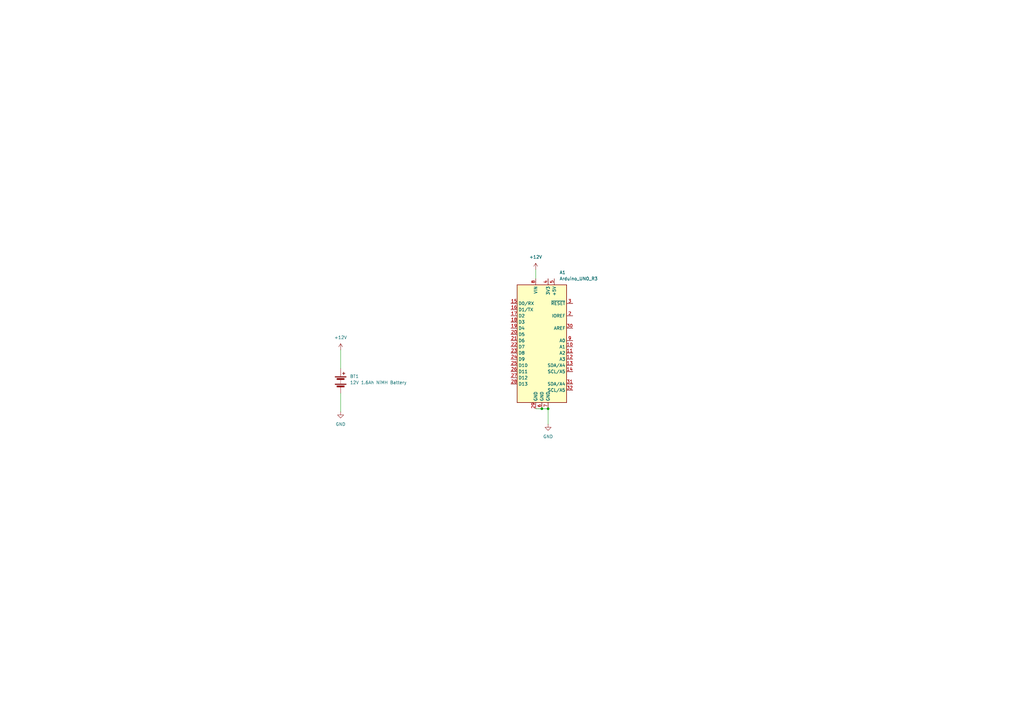
<source format=kicad_sch>
(kicad_sch (version 20250114) (generator "eeschema") (generator_version "9.0")
  (paper "A3")
  (title_block (title "MIE444 Rover Project Schematic") (date "2025-10-07") (company "Team 1 (Sofia Curina, Mauro De Liberato, Eric Emmenegger, Nicolas Rebollo)"))
  (lib_symbols
    (symbol "Device:Battery" (pin_numbers (hide yes)) (pin_names (offset 0) (hide yes))
      (property "Reference" "BT" (at 2.54 2.54 0))
      (property "Value" "Battery" (at 2.54 0 0))
      (symbol "Battery_0_1"
        (rectangle (start -2.286 1.778) (end 2.286 1.524) (fill (type outline)))
        (rectangle (start -2.286 -1.27) (end 2.286 -1.524) (fill (type outline)))
        (rectangle (start -1.524 1.016) (end 1.524 0.508) (fill (type outline)))
        (rectangle (start -1.524 -2.032) (end 1.524 -2.54) (fill (type outline)))
        (polyline (pts (xy 0 1.778) (xy 0 2.54)))
        (polyline (pts (xy 0 0) (xy 0 0.254)))
        (polyline (pts (xy 0 -0.508) (xy 0 -0.254)))
        (polyline (pts (xy 0 -1.016) (xy 0 -0.762)))
        (polyline (pts (xy 0.762 3.048) (xy 1.778 3.048)) (stroke (width 0.254)))
        (polyline (pts (xy 1.27 3.556) (xy 1.27 2.54)) (stroke (width 0.254)))
      )
      (symbol "Battery_1_1"
        (pin passive line (at 0 5.08 270) (length 2.54) (name "+") (number "1"))
        (pin passive line (at 0 -5.08 90) (length 2.54) (name "-") (number "2"))
      )
    )
    (symbol "MCU_Module:Arduino_UNO_R3"
      (property "Reference" "A" (at -10.16 23.495 0))
      (property "Value" "Arduino_UNO_R3" (at 5.08 -26.67 0))
      (symbol "Arduino_UNO_R3_0_1"
        (rectangle (start -10.16 22.86) (end 10.16 -25.4) (stroke (width 0.254)) (fill (type background)))
      )
      (symbol "Arduino_UNO_R3_1_1"
        (pin bidirectional line (at -12.7 15.24 0) (length 2.54) (name "D0/RX") (number "15"))
        (pin bidirectional line (at -12.7 12.7 0) (length 2.54) (name "D1/TX") (number "16"))
        (pin bidirectional line (at -12.7 10.16 0) (length 2.54) (name "D2") (number "17"))
        (pin bidirectional line (at -12.7 7.62 0) (length 2.54) (name "D3") (number "18"))
        (pin bidirectional line (at -12.7 5.08 0) (length 2.54) (name "D4") (number "19"))
        (pin bidirectional line (at -12.7 2.54 0) (length 2.54) (name "D5") (number "20"))
        (pin bidirectional line (at -12.7 0 0) (length 2.54) (name "D6") (number "21"))
        (pin bidirectional line (at -12.7 -2.54 0) (length 2.54) (name "D7") (number "22"))
        (pin bidirectional line (at -12.7 -5.08 0) (length 2.54) (name "D8") (number "23"))
        (pin bidirectional line (at -12.7 -7.62 0) (length 2.54) (name "D9") (number "24"))
        (pin bidirectional line (at -12.7 -10.16 0) (length 2.54) (name "D10") (number "25"))
        (pin bidirectional line (at -12.7 -12.7 0) (length 2.54) (name "D11") (number "26"))
        (pin bidirectional line (at -12.7 -15.24 0) (length 2.54) (name "D12") (number "27"))
        (pin bidirectional line (at -12.7 -17.78 0) (length 2.54) (name "D13") (number "28"))
        (pin no_connect line (at -10.16 -20.32 0) (length 2.54) (hide yes) (name "NC") (number "1"))
        (pin power_in line (at -2.54 25.4 270) (length 2.54) (name "VIN") (number "8"))
        (pin power_in line (at -2.54 -27.94 90) (length 2.54) (name "GND") (number "29"))
        (pin power_in line (at 0 -27.94 90) (length 2.54) (name "GND") (number "6"))
        (pin power_out line (at 2.54 25.4 270) (length 2.54) (name "3V3") (number "4"))
        (pin power_in line (at 2.54 -27.94 90) (length 2.54) (name "GND") (number "7"))
        (pin power_out line (at 5.08 25.4 270) (length 2.54) (name "+5V") (number "5"))
        (pin input line (at 12.7 15.24 180) (length 2.54) (name "~{RESET}") (number "3"))
        (pin output line (at 12.7 10.16 180) (length 2.54) (name "IOREF") (number "2"))
        (pin input line (at 12.7 5.08 180) (length 2.54) (name "AREF") (number "30"))
        (pin bidirectional line (at 12.7 0 180) (length 2.54) (name "A0") (number "9"))
        (pin bidirectional line (at 12.7 -2.54 180) (length 2.54) (name "A1") (number "10"))
        (pin bidirectional line (at 12.7 -5.08 180) (length 2.54) (name "A2") (number "11"))
        (pin bidirectional line (at 12.7 -7.62 180) (length 2.54) (name "A3") (number "12"))
        (pin bidirectional line (at 12.7 -10.16 180) (length 2.54) (name "SDA/A4") (number "13"))
        (pin bidirectional line (at 12.7 -12.7 180) (length 2.54) (name "SCL/A5") (number "14"))
        (pin bidirectional line (at 12.7 -17.78 180) (length 2.54) (name "SDA/A4") (number "31"))
        (pin bidirectional line (at 12.7 -20.32 180) (length 2.54) (name "SCL/A5") (number "32"))
      )
    )
    (symbol "power:+12V" (power) (pin_numbers (hide yes)) (pin_names (offset 0) (hide yes))
      (property "Value" "+12V" (at 0 3.556 0))
      (symbol "+12V_0_1"
        (polyline (pts (xy -0.762 1.27) (xy 0 2.54)))
        (polyline (pts (xy 0 2.54) (xy 0.762 1.27)))
        (polyline (pts (xy 0 0) (xy 0 2.54)))
      )
      (symbol "+12V_1_1"
        (pin power_in line (at 0 0 90) (length 0) (name "~") (number "1"))
      )
    )
    (symbol "power:GND" (power) (pin_numbers (hide yes)) (pin_names (offset 0) (hide yes))
      (property "Value" "GND" (at 0 -3.81 0))
      (symbol "GND_0_1"
        (polyline (pts (xy 0 0) (xy 0 -1.27) (xy 1.27 -1.27) (xy 0 -2.54) (xy -1.27 -1.27) (xy 0 -1.27)))
      )
      (symbol "GND_1_1"
        (pin power_in line (at 0 0 270) (length 0) (name "~") (number "1"))
      )
    )
  )
  (junction (at 224.79 167.64))
  (junction (at 222.25 167.64))
  (wire (pts (xy 139.7 143.51) (xy 139.7 151.13)))
  (wire (pts (xy 219.71 110.49) (xy 219.71 114.3)))
  (wire (pts (xy 224.79 167.64) (xy 224.79 173.99)))
  (wire (pts (xy 219.71 167.64) (xy 222.25 167.64)))
  (wire (pts (xy 139.7 161.29) (xy 139.7 168.91)))
  (wire (pts (xy 222.25 167.64) (xy 224.79 167.64)))
  (symbol (lib_id "MCU_Module:Arduino_UNO_R3") (at 222.25 139.7 0) (unit 1)
    (property "Reference" "A1" (at 229.4733 111.76 0) (effects (justify left)))
    (property "Value" "Arduino_UNO_R3" (at 229.4733 114.3 0) (effects (justify left)))
    (property "Footprint" "Module:Arduino_UNO_R3" (effects (hide yes)))
    (property "Datasheet" "https://www.arduino.cc/en/Main/arduinoBoardUno" (effects (hide yes)))
    (property "Description" "Arduino UNO Microcontroller Module, release 3" (effects (hide yes)))
  )
  (symbol (lib_id "power:GND") (at 139.7 168.91 0) (unit 1)
    (property "Reference" "#PWR01" (effects (hide yes)))
    (property "Value" "GND" (at 139.7 173.99 0))
    (property "Description" "Power symbol creates a global label with name \"GND\" , ground" (effects (hide yes)))
  )
  (symbol (lib_id "power:GND") (at 224.79 173.99 0) (unit 1)
    (property "Reference" "#PWR04" (effects (hide yes)))
    (property "Value" "GND" (at 224.79 179.07 0))
    (property "Description" "Power symbol creates a global label with name \"GND\" , ground" (effects (hide yes)))
  )
  (symbol (lib_id "power:+12V") (at 139.7 143.51 0) (unit 1)
    (property "Reference" "#PWR02" (effects (hide yes)))
    (property "Value" "+12V" (at 139.7 138.43 0))
    (property "Description" "Power symbol creates a global label with name \"+12V\"" (effects (hide yes)))
  )
  (symbol (lib_id "Device:Battery") (at 139.7 156.21 0) (unit 1)
    (property "Reference" "BT1" (at 143.51 154.3684 0) (effects (justify left)))
    (property "Value" "12V 1.6Ah NiMH Battery" (at 143.51 156.9084 0) (effects (justify left)))
    (property "Description" "Multiple-cell battery" (effects (hide yes)))
  )
  (symbol (lib_id "power:+12V") (at 219.71 110.49 0) (unit 1)
    (property "Reference" "#PWR03" (effects (hide yes)))
    (property "Value" "+12V" (at 219.71 105.41 0))
    (property "Description" "Power symbol creates a global label with name \"+12V\"" (effects (hide yes)))
  )
)
</source>
